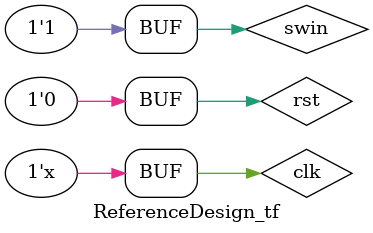
<source format=v>
`timescale 1ns / 1ps


module ReferenceDesign_tf;

	// Inputs
	reg clk;
	reg rst;
	reg swin;

	// Outputs
	wire [15:0] leds;

	// Instantiate the Unit Under Test (UUT)
	ReferenceDesign uut (
		.clk(clk), 
		.rst(rst), 
		.swin(swin), 
		.leds(leds)
	);

   always #5 clk = ~clk;
	
	initial begin
		// Initialize Inputs
		clk = 0;
		rst = 1;
		swin = 0;

		// Wait 100 ns for global reset to finish
		#100 rst = 0;
        
		// Add stimulus here

      #1000 swin = 1;
		repeat (20)
		   begin
			#30_000_000 swin = 0;
			#30_000_000 swin = 1;
			end
		
	end
      
endmodule


</source>
